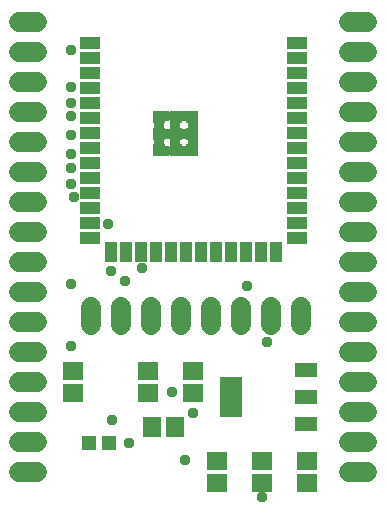
<source format=gts>
G04 EAGLE Gerber RS-274X export*
G75*
%MOMM*%
%FSLAX34Y34*%
%LPD*%
%INSoldermask Top*%
%IPPOS*%
%AMOC8*
5,1,8,0,0,1.08239X$1,22.5*%
G01*
%ADD10R,1.703200X1.503200*%
%ADD11R,1.503200X1.703200*%
%ADD12R,1.703200X1.103200*%
%ADD13R,1.103200X1.703200*%
%ADD14R,1.103200X1.103200*%
%ADD15R,1.953200X1.153200*%
%ADD16R,1.953200X3.403200*%
%ADD17C,1.727200*%
%ADD18R,1.203200X1.303200*%
%ADD19C,0.959600*%


D10*
X223520Y66700D03*
X223520Y85700D03*
X261620Y66700D03*
X261620Y85700D03*
X63500Y142900D03*
X63500Y161900D03*
X185420Y66700D03*
X185420Y85700D03*
D11*
X130200Y114300D03*
X149200Y114300D03*
D10*
X127000Y142900D03*
X127000Y161900D03*
X165100Y142900D03*
X165100Y161900D03*
D12*
X77600Y439700D03*
X77600Y427000D03*
X77600Y414300D03*
X77600Y401600D03*
X77600Y388900D03*
X77600Y376200D03*
X77600Y363500D03*
X77600Y350800D03*
X77600Y338100D03*
X77600Y325400D03*
X77600Y312700D03*
X77600Y300000D03*
X77600Y287300D03*
X77600Y274600D03*
D13*
X95250Y262100D03*
X107950Y262100D03*
X120650Y262100D03*
X133350Y262100D03*
X146050Y262100D03*
X158750Y262100D03*
X171450Y262100D03*
X184150Y262100D03*
X196850Y262100D03*
X209550Y262100D03*
X222250Y262100D03*
X234950Y262100D03*
D12*
X252600Y274600D03*
X252600Y287300D03*
X252600Y300000D03*
X252600Y312700D03*
X252600Y325400D03*
X252600Y338100D03*
X252600Y350800D03*
X252600Y363500D03*
X252600Y376200D03*
X252600Y388900D03*
X252600Y401600D03*
X252600Y414300D03*
X252600Y427000D03*
X252600Y439700D03*
D14*
X150100Y362500D03*
X150100Y376500D03*
X136100Y376500D03*
X136100Y362500D03*
X136100Y348500D03*
X150100Y348500D03*
X164100Y348500D03*
X164100Y362500D03*
X164100Y376500D03*
D15*
X260100Y116700D03*
X260100Y139700D03*
X260100Y162700D03*
D16*
X197100Y139700D03*
D17*
X33020Y457200D02*
X17780Y457200D01*
X17780Y431800D02*
X33020Y431800D01*
X33020Y406400D02*
X17780Y406400D01*
X17780Y381000D02*
X33020Y381000D01*
X33020Y355600D02*
X17780Y355600D01*
X17780Y330200D02*
X33020Y330200D01*
X33020Y304800D02*
X17780Y304800D01*
X17780Y279400D02*
X33020Y279400D01*
X33020Y254000D02*
X17780Y254000D01*
X17780Y228600D02*
X33020Y228600D01*
X33020Y203200D02*
X17780Y203200D01*
X17780Y177800D02*
X33020Y177800D01*
X33020Y152400D02*
X17780Y152400D01*
X17780Y127000D02*
X33020Y127000D01*
X33020Y101600D02*
X17780Y101600D01*
X17780Y76200D02*
X33020Y76200D01*
X78740Y200660D02*
X78740Y215900D01*
X104140Y215900D02*
X104140Y200660D01*
X129540Y200660D02*
X129540Y215900D01*
X154940Y215900D02*
X154940Y200660D01*
X180340Y200660D02*
X180340Y215900D01*
X205740Y215900D02*
X205740Y200660D01*
X231140Y200660D02*
X231140Y215900D01*
X256540Y215900D02*
X256540Y200660D01*
X297180Y76200D02*
X312420Y76200D01*
X312420Y101600D02*
X297180Y101600D01*
X297180Y127000D02*
X312420Y127000D01*
X312420Y152400D02*
X297180Y152400D01*
X297180Y177800D02*
X312420Y177800D01*
X312420Y203200D02*
X297180Y203200D01*
X297180Y228600D02*
X312420Y228600D01*
X312420Y254000D02*
X297180Y254000D01*
X297180Y279400D02*
X312420Y279400D01*
X312420Y304800D02*
X297180Y304800D01*
X297180Y330200D02*
X312420Y330200D01*
X312420Y355600D02*
X297180Y355600D01*
X297180Y381000D02*
X312420Y381000D01*
X312420Y406400D02*
X297180Y406400D01*
X297180Y431800D02*
X312420Y431800D01*
X312420Y457200D02*
X297180Y457200D01*
D18*
X76590Y100330D03*
X93590Y100330D03*
D19*
X142240Y377190D03*
X157480Y377190D03*
X135890Y369570D03*
X135890Y355600D03*
X142240Y347980D03*
X143510Y361950D03*
X149860Y354330D03*
X157480Y347980D03*
X165100Y355600D03*
X157480Y361950D03*
X149860Y369570D03*
X165100Y369570D03*
X96393Y120142D03*
X61722Y402336D03*
X61722Y388620D03*
X61722Y377190D03*
X61722Y361188D03*
X61722Y235458D03*
X121158Y249174D03*
X61722Y345186D03*
X61722Y333756D03*
X61722Y320040D03*
X64008Y308610D03*
X92837Y285877D03*
X61722Y182880D03*
X157734Y86106D03*
X61214Y433070D03*
X146812Y144018D03*
X164592Y125603D03*
X227076Y185928D03*
X223520Y54864D03*
X110490Y100330D03*
X95123Y246507D03*
X107442Y237744D03*
X210312Y233172D03*
M02*

</source>
